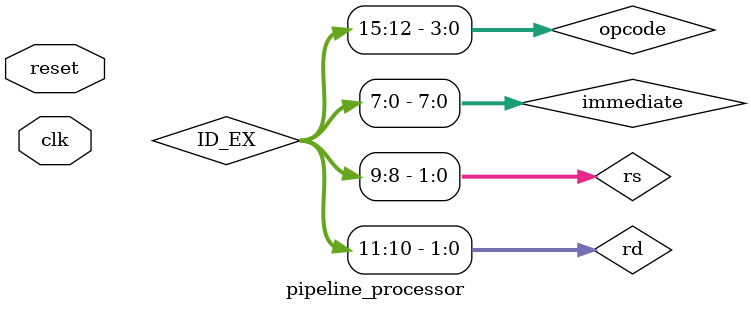
<source format=v>
module pipeline_processor (
    input clk,
    input reset
);

    // Define registers
    reg [15:0] instruction_memory [0:15];  // Simple instruction memory
    reg [7:0] register_file [0:3];          // 4 general-purpose registers

    reg [15:0] IF_ID;   // Pipeline register between IF and ID
    reg [15:0] ID_EX;   // Between ID and EX
    reg [15:0] EX_WB;   // Between EX and WB

    // Program Counter
    reg [3:0] PC;

    // Instruction Fields
    wire [3:0] opcode;
    wire [1:0] rd, rs;
    wire [7:0] immediate;

    assign opcode   = ID_EX[15:12];
    assign rd       = ID_EX[11:10];
    assign rs       = ID_EX[9:8];
    assign immediate= ID_EX[7:0];

    // ALU output
    reg [7:0] alu_result;

    // Write Back
    always @(posedge clk) begin
        if (reset) begin
            register_file[EX_WB[11:10]] <= 0;
        end else begin
            if (EX_WB[15:12] == 4'b0001 || EX_WB[15:12] == 4'b0010 || EX_WB[15:12] == 4'b0011)
                register_file[EX_WB[11:10]] <= alu_result;
        end
    end

    // Pipeline Stages
    always @(posedge clk) begin
        if (reset) begin
            PC <= 0;
            IF_ID <= 0;
            ID_EX <= 0;
            EX_WB <= 0;
        end else begin
            // Instruction Fetch
            IF_ID <= instruction_memory[PC];
            PC <= PC + 1;

            // Instruction Decode
            ID_EX <= IF_ID;

            // Execute
            case (opcode)
                4'b0001: alu_result <= register_file[rd] + register_file[rs]; // ADD
                4'b0010: alu_result <= register_file[rd] - register_file[rs]; // SUB
                4'b0011: alu_result <= immediate;                             // LOAD immediate
                default: alu_result <= 0;
            endcase

            // Write Back (pipeline reg)
            EX_WB <= ID_EX;
        end
    end

endmodule

</source>
